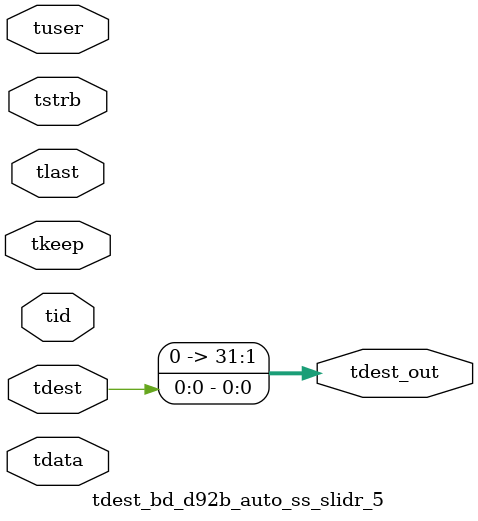
<source format=v>


`timescale 1ps/1ps

module tdest_bd_d92b_auto_ss_slidr_5 #
(
parameter C_S_AXIS_TDATA_WIDTH = 32,
parameter C_S_AXIS_TUSER_WIDTH = 0,
parameter C_S_AXIS_TID_WIDTH   = 0,
parameter C_S_AXIS_TDEST_WIDTH = 0,
parameter C_M_AXIS_TDEST_WIDTH = 32
)
(
input  [(C_S_AXIS_TDATA_WIDTH == 0 ? 1 : C_S_AXIS_TDATA_WIDTH)-1:0     ] tdata,
input  [(C_S_AXIS_TUSER_WIDTH == 0 ? 1 : C_S_AXIS_TUSER_WIDTH)-1:0     ] tuser,
input  [(C_S_AXIS_TID_WIDTH   == 0 ? 1 : C_S_AXIS_TID_WIDTH)-1:0       ] tid,
input  [(C_S_AXIS_TDEST_WIDTH == 0 ? 1 : C_S_AXIS_TDEST_WIDTH)-1:0     ] tdest,
input  [(C_S_AXIS_TDATA_WIDTH/8)-1:0 ] tkeep,
input  [(C_S_AXIS_TDATA_WIDTH/8)-1:0 ] tstrb,
input                                                                    tlast,
output [C_M_AXIS_TDEST_WIDTH-1:0] tdest_out
);

assign tdest_out = {tdest[0:0]};

endmodule


</source>
